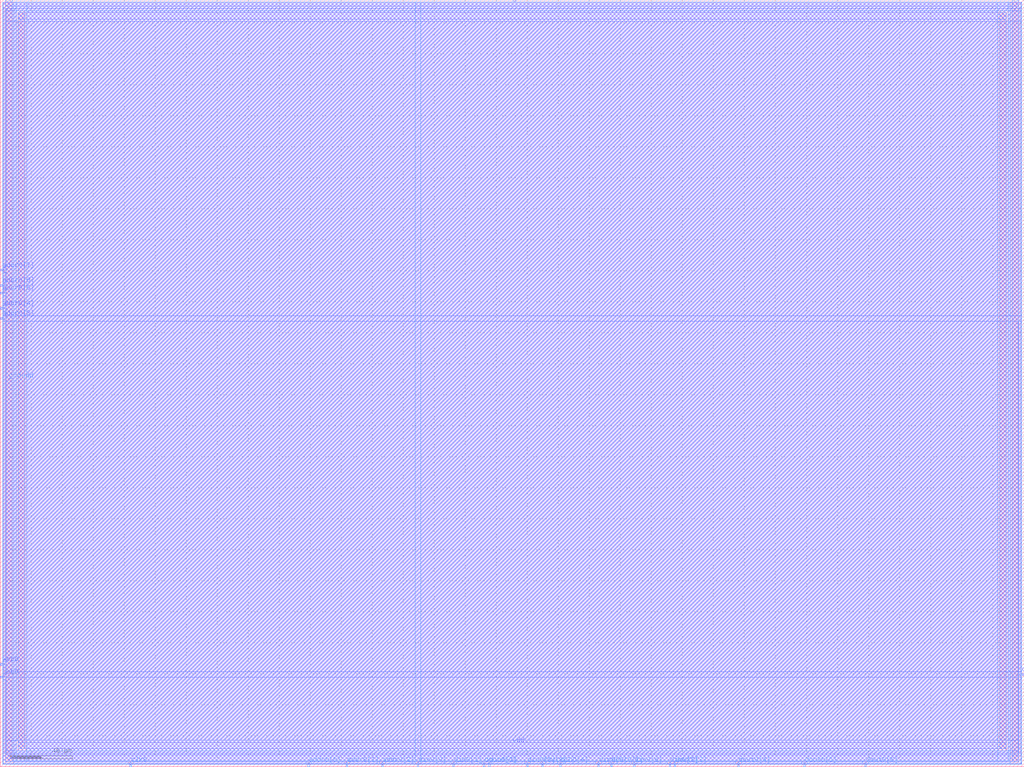
<source format=lef>
VERSION 5.4 ;
NAMESCASESENSITIVE ON ;
BUSBITCHARS "[]" ;
DIVIDERCHAR "/" ;
UNITS
  DATABASE MICRONS 1000 ;
END UNITS
MACRO sram_8_256_sky130A
   CLASS BLOCK ;
   SIZE 660.32 BY 494.68 ;  
   SYMMETRY X Y R90 ;
   PIN din0[0]
      DIRECTION INPUT ;
      PORT
         LAYER met4 ;
         RECT 268.96 0.0 270.0 2.68 ;  
      END
   END din0[0]
   PIN din0[1]
      DIRECTION INPUT ;
      PORT
         LAYER met4 ;
         RECT 291.92 0.0 292.96 2.68 ;
      END
   END din0[1]
   PIN din0[2]
      DIRECTION INPUT ;
      PORT
         LAYER met4 ;
         RECT 314.88 0.0 315.92 2.68 ;
      END
   END din0[2]
   PIN din0[3]
      DIRECTION INPUT ;
      PORT
         LAYER met4 ;
         RECT 339.48 0.0 340.52 2.68 ;
      END
   END din0[3]
   PIN din0[4]
      DIRECTION INPUT ;
      PORT
         LAYER met4 ;
         RECT 360.8 0.0 361.84 2.68 ;
      END
   END din0[4]
   PIN din0[5]
      DIRECTION INPUT ;
      PORT
         LAYER met4 ;
         RECT 385.4 0.0 386.44 2.68 ;
      END
   END din0[5]
   PIN din0[6]
      DIRECTION INPUT ;
      PORT
         LAYER met4 ;
         RECT 408.36 0.0 409.4 2.68 ;
      END
   END din0[6]
   PIN din0[7]
      DIRECTION INPUT ;
      PORT
         LAYER met4 ;
         RECT 431.32 0.0 432.36 2.68 ;
      END
   END din0[7]
   PIN addr0[0]
      DIRECTION INPUT ;
      PORT
         LAYER met4 ;
         RECT 198.44 0.0 199.48 2.68 ;
      END
   END addr0[0]
   PIN addr0[1]
      DIRECTION INPUT ;
      PORT
         LAYER met4 ;
         RECT 223.04 0.0 224.08 2.68 ;
      END
   END addr0[1]
   PIN addr0[2]
      DIRECTION INPUT ;
      PORT
         LAYER met4 ;
         RECT 246.0 0.0 247.04 2.68 ;
      END
   END addr0[2]
   PIN addr0[3]
      DIRECTION INPUT ;
      PORT
         LAYER met3 ;
         RECT 0.0 288.64 2.68 289.68 ;
      END
   END addr0[3]
   PIN addr0[4]
      DIRECTION INPUT ;
      PORT
         LAYER met3 ;
         RECT 0.0 295.2 2.68 296.24 ;
      END
   END addr0[4]
   PIN addr0[5]
      DIRECTION INPUT ;
      PORT
         LAYER met3 ;
         RECT 0.0 305.04 2.68 306.08 ;
      END
   END addr0[5]
   PIN addr0[6]
      DIRECTION INPUT ;
      PORT
         LAYER met3 ;
         RECT 0.0 309.96 2.68 311.0 ;
      END
   END addr0[6]
   PIN addr0[7]
      DIRECTION INPUT ;
      PORT
         LAYER met3 ;
         RECT 0.0 319.8 2.68 320.84 ;
      END
   END addr0[7]
   PIN csb0
      DIRECTION INPUT ;
      PORT
         LAYER met3 ;
         RECT 0.0 57.4 2.68 58.44 ;
      END
   END csb0
   PIN web0
      DIRECTION INPUT ;
      PORT
         LAYER met3 ;
         RECT 0.0 65.6 2.68 66.64 ;
      END
   END web0
   PIN clk0
      DIRECTION INPUT ;
      PORT
         LAYER met4 ;
         RECT 83.64 0.0 84.68 2.68 ;
      END
   END clk0
   PIN dout0[0]
      DIRECTION OUTPUT ;
      PORT
         LAYER met4 ;
         RECT 311.6 0.0 312.64 2.68 ;
      END
   END dout0[0]
   PIN dout0[1]
      DIRECTION OUTPUT ;
      PORT
         LAYER met4 ;
         RECT 349.32 0.0 350.36 2.68 ;
      END
   END dout0[1]
   PIN dout0[2]
      DIRECTION OUTPUT ;
      PORT
         LAYER met4 ;
         RECT 393.6 0.0 394.64 2.68 ;
      END
   END dout0[2]
   PIN dout0[3]
      DIRECTION OUTPUT ;
      PORT
         LAYER met4 ;
         RECT 434.6 0.0 435.64 2.68 ;
      END
   END dout0[3]
   PIN dout0[4]
      DIRECTION OUTPUT ;
      PORT
         LAYER met4 ;
         RECT 475.6 0.0 476.64 2.68 ;
      END
   END dout0[4]
   PIN dout0[5]
      DIRECTION OUTPUT ;
      PORT
         LAYER met4 ;
         RECT 518.24 0.0 519.28 2.68 ;
      END
   END dout0[5]
   PIN dout0[6]
      DIRECTION OUTPUT ;
      PORT
         LAYER met4 ;
         RECT 557.6 0.0 558.64 2.68 ;
      END
   END dout0[6]
   PIN dout0[7]
      DIRECTION OUTPUT ;
      PORT
         LAYER met3 ;
         RECT 657.64 59.04 660.32 60.08 ;
      END
   END dout0[7]
   PIN vdd
      DIRECTION INOUT ;
      USE POWER ; 
      SHAPE ABUTMENT ; 
      PORT
         LAYER met3 ;
         RECT 11.48 482.16 648.84 486.48 ;
         LAYER met4 ;
         RECT 644.52 11.48 648.84 486.48 ;
         LAYER met3 ;
         RECT 11.48 11.48 648.84 15.8 ;
         LAYER met4 ;
         RECT 11.48 11.48 15.8 486.48 ;
      END
   END vdd
   PIN gnd
      DIRECTION INOUT ;
      USE GROUND ; 
      SHAPE ABUTMENT ; 
      PORT
         LAYER met4 ;
         RECT 652.72 3.28 657.04 494.68 ;
         LAYER met4 ;
         RECT 3.28 3.28 7.6 494.68 ;
         LAYER met3 ;
         RECT 3.28 3.28 657.04 7.6 ;
         LAYER met3 ;
         RECT 3.28 490.36 657.04 494.68 ;
      END
   END gnd
   OBS
   LAYER met1 ;
      RECT 1.64 1.64 658.68 493.04 ;
   LAYER met2 ;
      RECT 1.64 1.64 658.68 493.04 ;
   LAYER met3 ;
      RECT 3.88 287.44 658.68 290.88 ;
      RECT 1.64 290.88 3.88 294.0 ;
      RECT 1.64 297.44 3.88 303.84 ;
      RECT 1.64 307.28 3.88 308.76 ;
      RECT 1.64 312.2 3.88 318.6 ;
      RECT 1.64 59.64 3.88 64.4 ;
      RECT 1.64 67.84 3.88 287.44 ;
      RECT 3.88 57.84 656.44 61.28 ;
      RECT 3.88 61.28 656.44 287.44 ;
      RECT 656.44 61.28 658.68 287.44 ;
      RECT 3.88 290.88 10.28 480.96 ;
      RECT 3.88 480.96 10.28 487.68 ;
      RECT 10.28 290.88 650.04 480.96 ;
      RECT 650.04 290.88 658.68 480.96 ;
      RECT 650.04 480.96 658.68 487.68 ;
      RECT 3.88 10.28 10.28 17.0 ;
      RECT 3.88 17.0 10.28 57.84 ;
      RECT 10.28 17.0 650.04 57.84 ;
      RECT 650.04 10.28 656.44 17.0 ;
      RECT 650.04 17.0 656.44 57.84 ;
      RECT 1.64 1.64 2.08 2.08 ;
      RECT 1.64 2.08 2.08 8.8 ;
      RECT 1.64 8.8 2.08 56.2 ;
      RECT 2.08 1.64 3.88 2.08 ;
      RECT 2.08 8.8 3.88 56.2 ;
      RECT 656.44 1.64 658.24 2.08 ;
      RECT 656.44 8.8 658.24 57.84 ;
      RECT 658.24 1.64 658.68 2.08 ;
      RECT 658.24 2.08 658.68 8.8 ;
      RECT 658.24 8.8 658.68 57.84 ;
      RECT 3.88 1.64 10.28 2.08 ;
      RECT 3.88 8.8 10.28 10.28 ;
      RECT 10.28 1.64 650.04 2.08 ;
      RECT 10.28 8.8 650.04 10.28 ;
      RECT 650.04 1.64 656.44 2.08 ;
      RECT 650.04 8.8 656.44 10.28 ;
      RECT 1.64 322.04 2.08 489.16 ;
      RECT 1.64 489.16 2.08 493.04 ;
      RECT 2.08 322.04 3.88 489.16 ;
      RECT 3.88 487.68 10.28 489.16 ;
      RECT 10.28 487.68 650.04 489.16 ;
      RECT 650.04 487.68 658.24 489.16 ;
      RECT 658.24 487.68 658.68 489.16 ;
      RECT 658.24 489.16 658.68 493.04 ;
   LAYER met4 ;
      RECT 267.76 3.88 271.2 493.04 ;
      RECT 271.2 1.64 290.72 3.88 ;
      RECT 317.12 1.64 338.28 3.88 ;
      RECT 363.04 1.64 384.2 3.88 ;
      RECT 410.6 1.64 430.12 3.88 ;
      RECT 200.68 1.64 221.84 3.88 ;
      RECT 225.28 1.64 244.8 3.88 ;
      RECT 248.24 1.64 267.76 3.88 ;
      RECT 85.88 1.64 197.24 3.88 ;
      RECT 294.16 1.64 310.4 3.88 ;
      RECT 341.72 1.64 348.12 3.88 ;
      RECT 351.56 1.64 359.6 3.88 ;
      RECT 387.64 1.64 392.4 3.88 ;
      RECT 395.84 1.64 407.16 3.88 ;
      RECT 436.84 1.64 474.4 3.88 ;
      RECT 477.84 1.64 517.04 3.88 ;
      RECT 520.48 1.64 556.4 3.88 ;
      RECT 271.2 3.88 643.32 10.28 ;
      RECT 271.2 10.28 643.32 487.68 ;
      RECT 271.2 487.68 643.32 493.04 ;
      RECT 643.32 3.88 650.04 10.28 ;
      RECT 643.32 487.68 650.04 493.04 ;
      RECT 10.28 3.88 17.0 10.28 ;
      RECT 10.28 487.68 17.0 493.04 ;
      RECT 17.0 3.88 267.76 10.28 ;
      RECT 17.0 10.28 267.76 487.68 ;
      RECT 17.0 487.68 267.76 493.04 ;
      RECT 559.84 1.64 651.52 2.08 ;
      RECT 559.84 2.08 651.52 3.88 ;
      RECT 651.52 1.64 658.24 2.08 ;
      RECT 658.24 1.64 658.68 2.08 ;
      RECT 658.24 2.08 658.68 3.88 ;
      RECT 650.04 3.88 651.52 10.28 ;
      RECT 658.24 3.88 658.68 10.28 ;
      RECT 650.04 10.28 651.52 487.68 ;
      RECT 658.24 10.28 658.68 487.68 ;
      RECT 650.04 487.68 651.52 493.04 ;
      RECT 658.24 487.68 658.68 493.04 ;
      RECT 1.64 1.64 2.08 2.08 ;
      RECT 1.64 2.08 2.08 3.88 ;
      RECT 2.08 1.64 8.8 2.08 ;
      RECT 8.8 1.64 82.44 2.08 ;
      RECT 8.8 2.08 82.44 3.88 ;
      RECT 1.64 3.88 2.08 10.28 ;
      RECT 8.8 3.88 10.28 10.28 ;
      RECT 1.64 10.28 2.08 487.68 ;
      RECT 8.8 10.28 10.28 487.68 ;
      RECT 1.64 487.68 2.08 493.04 ;
      RECT 8.8 487.68 10.28 493.04 ;
   END
END sram_8_256_sky130A
END LIBRARY

</source>
